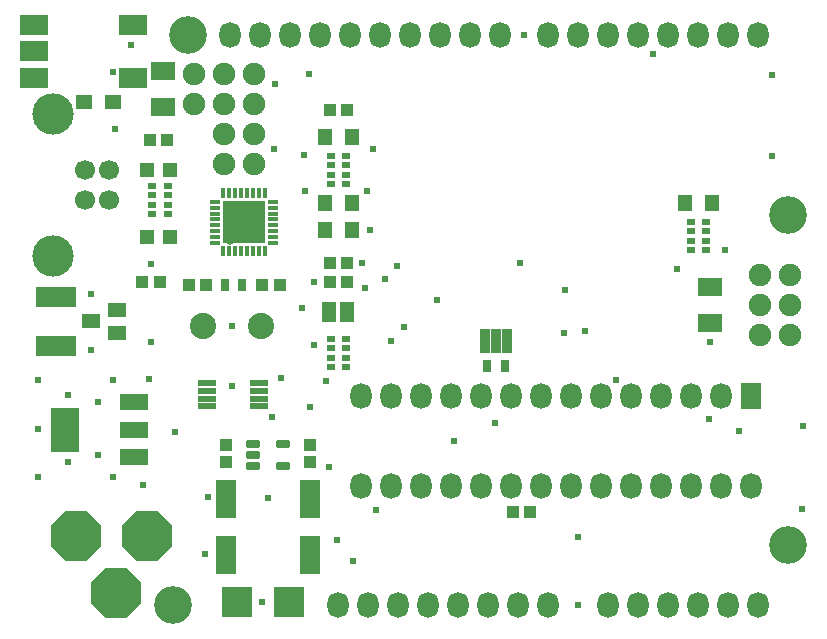
<source format=gts>
G04*
G04 #@! TF.GenerationSoftware,Altium Limited,Altium Designer,18.0.12 (696)*
G04*
G04 Layer_Color=8388736*
%FSLAX44Y44*%
%MOMM*%
G71*
G01*
G75*
%ADD23R,1.0000X1.0000*%
%ADD35R,1.5516X0.5516*%
%ADD36R,0.8312X2.1520*%
%ADD37R,1.2884X1.7202*%
%ADD38R,0.8200X0.4200*%
%ADD39R,0.4200X0.8200*%
%ADD40R,3.5200X3.5200*%
%ADD41R,1.4000X1.2000*%
%ADD42R,2.0000X1.6000*%
%ADD43R,0.8000X1.1000*%
%ADD44R,1.2000X1.2000*%
%ADD45R,0.7700X0.6200*%
%ADD46R,1.2200X1.4200*%
%ADD47R,1.0000X1.0000*%
%ADD48R,1.6000X1.2000*%
G04:AMPARAMS|DCode=49|XSize=1.22mm|YSize=0.72mm|CornerRadius=0.21mm|HoleSize=0mm|Usage=FLASHONLY|Rotation=0.000|XOffset=0mm|YOffset=0mm|HoleType=Round|Shape=RoundedRectangle|*
%AMROUNDEDRECTD49*
21,1,1.2200,0.3000,0,0,0.0*
21,1,0.8000,0.7200,0,0,0.0*
1,1,0.4200,0.4000,-0.1500*
1,1,0.4200,-0.4000,-0.1500*
1,1,0.4200,-0.4000,0.1500*
1,1,0.4200,0.4000,0.1500*
%
%ADD49ROUNDEDRECTD49*%
%ADD50R,2.4000X1.7000*%
%ADD51R,3.4000X1.7000*%
%ADD52R,1.8000X3.2000*%
%ADD53R,2.4352X1.4192*%
%ADD54R,2.4000X3.8000*%
%ADD55R,2.6000X2.6000*%
%ADD56C,3.2000*%
%ADD57C,1.9000*%
%ADD58C,3.5000*%
%ADD59C,1.7000*%
%ADD60O,1.8000X2.2000*%
%ADD61R,1.8000X2.2000*%
%ADD62P,4.5461X8X22.5*%
%ADD63P,4.5461X8X292.5*%
%ADD64C,2.2320*%
%ADD65C,0.6096*%
%ADD66C,1.1360*%
D23*
X441840Y104140D02*
D03*
X426840D02*
D03*
X271900Y298450D02*
D03*
X286900D02*
D03*
X271900Y444500D02*
D03*
X286900D02*
D03*
X286900Y314960D02*
D03*
X271900D02*
D03*
X119500Y419100D02*
D03*
X134500D02*
D03*
X128150Y298450D02*
D03*
X113150D02*
D03*
X152520Y295910D02*
D03*
X167520D02*
D03*
X229750D02*
D03*
X214750D02*
D03*
D35*
X212500Y193450D02*
D03*
Y199950D02*
D03*
Y206450D02*
D03*
Y212950D02*
D03*
X168500Y193450D02*
D03*
Y199950D02*
D03*
Y206450D02*
D03*
Y212950D02*
D03*
D36*
X422250Y248920D02*
D03*
X412750D02*
D03*
X403250D02*
D03*
D37*
X271780Y273050D02*
D03*
X287020D02*
D03*
D38*
X174890Y331750D02*
D03*
Y336750D02*
D03*
Y341750D02*
D03*
Y346750D02*
D03*
Y351750D02*
D03*
Y356750D02*
D03*
Y361750D02*
D03*
Y366750D02*
D03*
X223890D02*
D03*
Y361750D02*
D03*
Y356750D02*
D03*
Y351750D02*
D03*
Y346750D02*
D03*
Y341750D02*
D03*
Y336750D02*
D03*
Y331750D02*
D03*
D39*
X181890Y373750D02*
D03*
X186890D02*
D03*
X191890D02*
D03*
X196890D02*
D03*
X201890D02*
D03*
X206890D02*
D03*
X211890D02*
D03*
X216890D02*
D03*
Y324750D02*
D03*
X211890D02*
D03*
X206890D02*
D03*
X201890D02*
D03*
X196890D02*
D03*
X191890D02*
D03*
X186890D02*
D03*
X181890D02*
D03*
D40*
X199390Y349250D02*
D03*
D41*
X64200Y450850D02*
D03*
X88200D02*
D03*
D42*
X130810Y477280D02*
D03*
Y447280D02*
D03*
X594360Y264400D02*
D03*
Y294400D02*
D03*
D43*
X405250Y227330D02*
D03*
X420250D02*
D03*
X198000Y295910D02*
D03*
X183000D02*
D03*
D44*
X137000Y336550D02*
D03*
X117000D02*
D03*
X137000Y393700D02*
D03*
X117000D02*
D03*
D45*
X286150Y381700D02*
D03*
Y389700D02*
D03*
Y397700D02*
D03*
Y405700D02*
D03*
X272650Y381700D02*
D03*
Y389700D02*
D03*
Y397700D02*
D03*
Y405700D02*
D03*
X590950Y325820D02*
D03*
Y333820D02*
D03*
Y341820D02*
D03*
Y349820D02*
D03*
X577450Y325820D02*
D03*
Y333820D02*
D03*
Y341820D02*
D03*
Y349820D02*
D03*
X135020Y356300D02*
D03*
Y364300D02*
D03*
Y372300D02*
D03*
Y380300D02*
D03*
X121520Y356300D02*
D03*
Y364300D02*
D03*
Y372300D02*
D03*
Y380300D02*
D03*
X286150Y226760D02*
D03*
Y234760D02*
D03*
Y242760D02*
D03*
Y250760D02*
D03*
X272650Y226760D02*
D03*
Y234760D02*
D03*
Y242760D02*
D03*
Y250760D02*
D03*
D46*
X290900Y365760D02*
D03*
X267900D02*
D03*
X290900Y342900D02*
D03*
X267900D02*
D03*
Y421640D02*
D03*
X290900D02*
D03*
X572700Y365760D02*
D03*
X595700D02*
D03*
D47*
X184150Y146170D02*
D03*
Y161170D02*
D03*
X255270Y146170D02*
D03*
Y161170D02*
D03*
D48*
X92280Y255930D02*
D03*
Y274930D02*
D03*
X70280Y265430D02*
D03*
D49*
X232710Y142900D02*
D03*
Y161900D02*
D03*
X206710Y142900D02*
D03*
Y152400D02*
D03*
Y161900D02*
D03*
D50*
X105500Y471530D02*
D03*
X21500D02*
D03*
Y516530D02*
D03*
X105500D02*
D03*
X21500Y494030D02*
D03*
D51*
X40640Y286430D02*
D03*
Y244430D02*
D03*
D52*
X255270Y115440D02*
D03*
Y67440D02*
D03*
X184150D02*
D03*
Y115440D02*
D03*
D53*
X106470Y197104D02*
D03*
Y173850D02*
D03*
Y150876D02*
D03*
D54*
X47470Y173850D02*
D03*
D55*
X237900Y27940D02*
D03*
X193900D02*
D03*
D56*
X660400Y355600D02*
D03*
Y76200D02*
D03*
X139700Y25400D02*
D03*
X152400Y508000D02*
D03*
D57*
X208280Y398780D02*
D03*
Y424180D02*
D03*
X182880Y398780D02*
D03*
Y424180D02*
D03*
X636270Y304800D02*
D03*
Y279400D02*
D03*
Y254000D02*
D03*
X661670Y304800D02*
D03*
Y279400D02*
D03*
Y254000D02*
D03*
X157480Y449580D02*
D03*
X182880D02*
D03*
X208280D02*
D03*
X157480Y474980D02*
D03*
X182880D02*
D03*
X208280D02*
D03*
D58*
X38050Y320800D02*
D03*
Y441200D02*
D03*
D59*
X65150Y393500D02*
D03*
X85150Y368500D02*
D03*
X65150D02*
D03*
X85150Y393500D02*
D03*
D60*
X298450Y125730D02*
D03*
X323850D02*
D03*
X349250D02*
D03*
X374650D02*
D03*
X400050D02*
D03*
X425450D02*
D03*
X450850D02*
D03*
X476250D02*
D03*
X501650D02*
D03*
X527050D02*
D03*
X552450D02*
D03*
X577850D02*
D03*
X603250D02*
D03*
X628650D02*
D03*
X298450Y201930D02*
D03*
X323850D02*
D03*
X349250D02*
D03*
X374650D02*
D03*
X400050D02*
D03*
X425450D02*
D03*
X450850D02*
D03*
X476250D02*
D03*
X501650D02*
D03*
X527050D02*
D03*
X552450D02*
D03*
X577850D02*
D03*
X603250D02*
D03*
X279400Y25400D02*
D03*
X304800D02*
D03*
X330200D02*
D03*
X355600D02*
D03*
X381000D02*
D03*
X406400D02*
D03*
X457200D02*
D03*
X431800D02*
D03*
X482600Y508000D02*
D03*
X457200D02*
D03*
X508000D02*
D03*
X533400D02*
D03*
X558800D02*
D03*
X584200D02*
D03*
X609600D02*
D03*
X635000D02*
D03*
Y25400D02*
D03*
X609600D02*
D03*
X584200D02*
D03*
X558800D02*
D03*
X533400D02*
D03*
X508000D02*
D03*
X187960Y508000D02*
D03*
X213360D02*
D03*
X264160D02*
D03*
X238760D02*
D03*
X289560D02*
D03*
X314960D02*
D03*
X340360D02*
D03*
X365760D02*
D03*
X391160D02*
D03*
X416560D02*
D03*
D61*
X628650Y201930D02*
D03*
D62*
X57150Y83820D02*
D03*
X117150D02*
D03*
D63*
X91150Y35820D02*
D03*
D64*
X164830Y261620D02*
D03*
X213630D02*
D03*
D65*
X90170Y427990D02*
D03*
X140970Y171450D02*
D03*
X303530Y376174D02*
D03*
X299720Y314960D02*
D03*
X306324Y342900D02*
D03*
X433324Y315214D02*
D03*
X471424Y292354D02*
D03*
X514350Y215900D02*
D03*
X411734Y179324D02*
D03*
X482600Y25400D02*
D03*
X271780Y142240D02*
D03*
X214884Y28194D02*
D03*
X292100Y62230D02*
D03*
X219710Y115570D02*
D03*
X166624Y68834D02*
D03*
X189230Y261620D02*
D03*
X120650Y247650D02*
D03*
X69850Y241300D02*
D03*
X114300Y127000D02*
D03*
X88900Y133350D02*
D03*
X76200Y152400D02*
D03*
Y196850D02*
D03*
X50800Y203200D02*
D03*
Y146050D02*
D03*
X25400Y215900D02*
D03*
Y173990D02*
D03*
Y133350D02*
D03*
X104140Y499110D02*
D03*
X436880Y508000D02*
D03*
X546100Y491490D02*
D03*
X646684Y405384D02*
D03*
Y473964D02*
D03*
X672084Y106934D02*
D03*
X672338Y177038D02*
D03*
X69850Y288290D02*
D03*
X88900Y476611D02*
D03*
X254512Y474523D02*
D03*
X226060Y466090D02*
D03*
X318770Y300990D02*
D03*
X302260Y293370D02*
D03*
X118745Y216535D02*
D03*
X88900Y215900D02*
D03*
X231140Y217170D02*
D03*
X248920Y276860D02*
D03*
X120650Y313690D02*
D03*
X251460Y375920D02*
D03*
X259080Y298450D02*
D03*
X223520Y184150D02*
D03*
X482600Y82550D02*
D03*
X278130Y80010D02*
D03*
X311150Y105410D02*
D03*
X189230Y210820D02*
D03*
X255270Y193040D02*
D03*
X308610Y411480D02*
D03*
X250190Y406400D02*
D03*
X258318Y245364D02*
D03*
X168910Y116840D02*
D03*
X377190Y163830D02*
D03*
X269240Y214630D02*
D03*
X328930Y312420D02*
D03*
X488315Y257175D02*
D03*
X470535Y255905D02*
D03*
X618490Y172720D02*
D03*
X593090Y182880D02*
D03*
X323850Y248920D02*
D03*
X335280Y260350D02*
D03*
X363220Y283210D02*
D03*
X606298Y326136D02*
D03*
X566420Y309626D02*
D03*
X594360Y248158D02*
D03*
X224536Y410972D02*
D03*
D66*
X187452Y336042D02*
D03*
M02*

</source>
